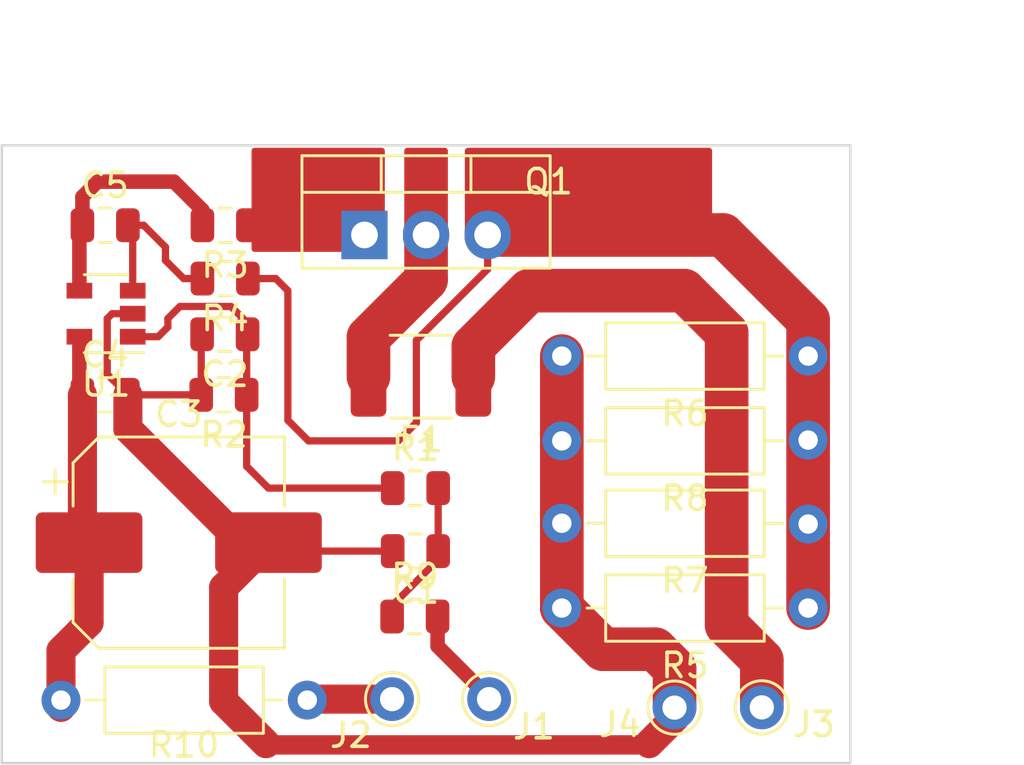
<source format=kicad_pcb>
(kicad_pcb (version 20171130) (host pcbnew "(5.1.0)-1")

  (general
    (thickness 1.6)
    (drawings 46)
    (tracks 102)
    (zones 0)
    (modules 22)
    (nets 13)
  )

  (page A4)
  (layers
    (0 F.Cu signal)
    (31 B.Cu signal)
    (32 B.Adhes user)
    (33 F.Adhes user)
    (34 B.Paste user)
    (35 F.Paste user)
    (36 B.SilkS user)
    (37 F.SilkS user)
    (38 B.Mask user)
    (39 F.Mask user)
    (40 Dwgs.User user)
    (41 Cmts.User user)
    (42 Eco1.User user)
    (43 Eco2.User user)
    (44 Edge.Cuts user)
    (45 Margin user)
    (46 B.CrtYd user)
    (47 F.CrtYd user)
    (48 B.Fab user)
    (49 F.Fab user)
  )

  (setup
    (last_trace_width 0.3)
    (user_trace_width 0.6)
    (user_trace_width 1.2)
    (user_trace_width 1.8)
    (trace_clearance 0.3)
    (zone_clearance 0.01)
    (zone_45_only no)
    (trace_min 0.2)
    (via_size 0.8)
    (via_drill 0.4)
    (via_min_size 0.4)
    (via_min_drill 0.3)
    (uvia_size 0.3)
    (uvia_drill 0.1)
    (uvias_allowed no)
    (uvia_min_size 0.2)
    (uvia_min_drill 0.1)
    (edge_width 0.1)
    (segment_width 0.2)
    (pcb_text_width 0.3)
    (pcb_text_size 1.5 1.5)
    (mod_edge_width 0.15)
    (mod_text_size 1 1)
    (mod_text_width 0.15)
    (pad_size 1.6 1.6)
    (pad_drill 0)
    (pad_to_mask_clearance 0)
    (aux_axis_origin 100 50)
    (grid_origin 100 50)
    (visible_elements 7FFFFFFF)
    (pcbplotparams
      (layerselection 0x00080_7fffffff)
      (usegerberextensions false)
      (usegerberattributes false)
      (usegerberadvancedattributes false)
      (creategerberjobfile false)
      (excludeedgelayer false)
      (linewidth 0.100000)
      (plotframeref false)
      (viasonmask false)
      (mode 1)
      (useauxorigin false)
      (hpglpennumber 1)
      (hpglpenspeed 20)
      (hpglpendiameter 15.000000)
      (psnegative false)
      (psa4output false)
      (plotreference false)
      (plotvalue false)
      (plotinvisibletext false)
      (padsonsilk false)
      (subtractmaskfromsilk false)
      (outputformat 4)
      (mirror false)
      (drillshape 0)
      (scaleselection 1)
      (outputdirectory "discharge_output/"))
  )

  (net 0 "")
  (net 1 "Net-(C1-Pad2)")
  (net 2 "Net-(C1-Pad1)")
  (net 3 "Net-(C2-Pad1)")
  (net 4 "Net-(C3-Pad1)")
  (net 5 "Net-(C5-Pad2)")
  (net 6 "Net-(C5-Pad1)")
  (net 7 "Net-(Q1-Pad1)")
  (net 8 "Net-(Q1-Pad3)")
  (net 9 "Net-(J1-Pad1)")
  (net 10 "Net-(J2-Pad1)")
  (net 11 "Net-(F1-Pad2)")
  (net 12 "Net-(F1-Pad1)")

  (net_class Default 这是默认网络类。
    (clearance 0.3)
    (trace_width 0.3)
    (via_dia 0.8)
    (via_drill 0.4)
    (uvia_dia 0.3)
    (uvia_drill 0.1)
    (add_net "Net-(C1-Pad1)")
    (add_net "Net-(C1-Pad2)")
    (add_net "Net-(C2-Pad1)")
    (add_net "Net-(C3-Pad1)")
    (add_net "Net-(C5-Pad1)")
    (add_net "Net-(C5-Pad2)")
    (add_net "Net-(F1-Pad1)")
    (add_net "Net-(F1-Pad2)")
    (add_net "Net-(J1-Pad1)")
    (add_net "Net-(J2-Pad1)")
    (add_net "Net-(Q1-Pad1)")
    (add_net "Net-(Q1-Pad3)")
  )

  (module Fuse:Fuse_1812_4532Metric_Castellated (layer F.Cu) (tedit 5E627E60) (tstamp 61C218E5)
    (at 117.2875 59.55 180)
    (descr "Fuse SMD 1812 (4532 Metric), castellated end terminal, IPC_7351. (Body size source: https://www.nikhef.nl/pub/departments/mt/projects/detectorR_D/dtddice/ERJ2G.pdf), generated with kicad-footprint-generator")
    (tags "fuse castellated")
    (path /61C4EA6F)
    (attr smd)
    (fp_text reference F1 (at 0 -2.6 180) (layer F.SilkS)
      (effects (font (size 1 1) (thickness 0.15)))
    )
    (fp_text value 2.6A (at 0 2.6 180) (layer F.Fab)
      (effects (font (size 1 1) (thickness 0.15)))
    )
    (fp_text user %R (at 0 0 180) (layer F.Fab)
      (effects (font (size 1 1) (thickness 0.15)))
    )
    (fp_line (start 3.15 1.9) (end -3.15 1.9) (layer F.CrtYd) (width 0.05))
    (fp_line (start 3.15 -1.9) (end 3.15 1.9) (layer F.CrtYd) (width 0.05))
    (fp_line (start -3.15 -1.9) (end 3.15 -1.9) (layer F.CrtYd) (width 0.05))
    (fp_line (start -3.15 1.9) (end -3.15 -1.9) (layer F.CrtYd) (width 0.05))
    (fp_line (start -1.270031 1.71) (end 1.270031 1.71) (layer F.SilkS) (width 0.12))
    (fp_line (start -1.270031 -1.71) (end 1.270031 -1.71) (layer F.SilkS) (width 0.12))
    (fp_line (start 2.25 1.6) (end -2.25 1.6) (layer F.Fab) (width 0.1))
    (fp_line (start 2.25 -1.6) (end 2.25 1.6) (layer F.Fab) (width 0.1))
    (fp_line (start -2.25 -1.6) (end 2.25 -1.6) (layer F.Fab) (width 0.1))
    (fp_line (start -2.25 1.6) (end -2.25 -1.6) (layer F.Fab) (width 0.1))
    (pad 2 smd roundrect (at 2.1625 0 180) (size 1.475 3.3) (layers F.Cu F.Paste F.Mask) (roundrect_rratio 0.169492)
      (net 11 "Net-(F1-Pad2)"))
    (pad 1 smd roundrect (at -2.1625 0 180) (size 1.475 3.3) (layers F.Cu F.Paste F.Mask) (roundrect_rratio 0.169492)
      (net 12 "Net-(F1-Pad1)"))
    (model ${KISYS3DMOD}/Fuse.3dshapes/Fuse_1812_4532Metric_Castellated.wrl
      (at (xyz 0 0 0))
      (scale (xyz 1 1 1))
      (rotate (xyz 0 0 0))
    )
  )

  (module Resistor_THT:R_Axial_DIN0207_L6.3mm_D2.5mm_P10.16mm_Horizontal (layer F.Cu) (tedit 61C21BCF) (tstamp 61C1E29B)
    (at 112.6 72.9 180)
    (descr "Resistor, Axial_DIN0207 series, Axial, Horizontal, pin pitch=10.16mm, 0.25W = 1/4W, length*diameter=6.3*2.5mm^2, http://cdn-reichelt.de/documents/datenblatt/B400/1_4W%23YAG.pdf")
    (tags "Resistor Axial_DIN0207 series Axial Horizontal pin pitch 10.16mm 0.25W = 1/4W length 6.3mm diameter 2.5mm")
    (path /61C250E6)
    (fp_text reference R10 (at 5.08 -1.85 180) (layer F.SilkS)
      (effects (font (size 1 1) (thickness 0.15)))
    )
    (fp_text value 47/0.25W (at 5.08 2.37 180) (layer F.Fab)
      (effects (font (size 1 1) (thickness 0.15)))
    )
    (fp_text user %R (at 5.08 0 180) (layer F.Fab)
      (effects (font (size 1 1) (thickness 0.15)))
    )
    (fp_line (start 11.21 -1.5) (end -1.05 -1.5) (layer F.CrtYd) (width 0.05))
    (fp_line (start 11.21 1.5) (end 11.21 -1.5) (layer F.CrtYd) (width 0.05))
    (fp_line (start -1.05 1.5) (end 11.21 1.5) (layer F.CrtYd) (width 0.05))
    (fp_line (start -1.05 -1.5) (end -1.05 1.5) (layer F.CrtYd) (width 0.05))
    (fp_line (start 9.12 0) (end 8.35 0) (layer F.SilkS) (width 0.12))
    (fp_line (start 1.04 0) (end 1.81 0) (layer F.SilkS) (width 0.12))
    (fp_line (start 8.35 -1.37) (end 1.81 -1.37) (layer F.SilkS) (width 0.12))
    (fp_line (start 8.35 1.37) (end 8.35 -1.37) (layer F.SilkS) (width 0.12))
    (fp_line (start 1.81 1.37) (end 8.35 1.37) (layer F.SilkS) (width 0.12))
    (fp_line (start 1.81 -1.37) (end 1.81 1.37) (layer F.SilkS) (width 0.12))
    (fp_line (start 10.16 0) (end 8.23 0) (layer F.Fab) (width 0.1))
    (fp_line (start 0 0) (end 1.93 0) (layer F.Fab) (width 0.1))
    (fp_line (start 8.23 -1.25) (end 1.93 -1.25) (layer F.Fab) (width 0.1))
    (fp_line (start 8.23 1.25) (end 8.23 -1.25) (layer F.Fab) (width 0.1))
    (fp_line (start 1.93 1.25) (end 8.23 1.25) (layer F.Fab) (width 0.1))
    (fp_line (start 1.93 -1.25) (end 1.93 1.25) (layer F.Fab) (width 0.1))
    (pad 2 thru_hole oval (at 10.16 0 180) (size 1.6 1.6) (drill 0.8) (layers *.Cu *.Paste *.Mask)
      (net 4 "Net-(C3-Pad1)"))
    (pad 1 thru_hole circle (at 0 0 180) (size 1.6 1.6) (drill 0.8) (layers *.Cu *.Paste *.Mask)
      (net 10 "Net-(J2-Pad1)"))
    (model ${KISYS3DMOD}/Resistor_THT.3dshapes/R_Axial_DIN0207_L6.3mm_D2.5mm_P10.16mm_Horizontal.wrl
      (at (xyz 0 0 0))
      (scale (xyz 1 1 1))
      (rotate (xyz 0 0 0))
    )
  )

  (module all:R_0805_2012Metric (layer F.Cu) (tedit 5B36C52B) (tstamp 61C1DF8B)
    (at 117.0375 69.45)
    (descr "Resistor SMD 0805 (2012 Metric), square (rectangular) end terminal, IPC_7351 nominal, (Body size source: https://docs.google.com/spreadsheets/d/1BsfQQcO9C6DZCsRaXUlFlo91Tg2WpOkGARC1WS5S8t0/edit?usp=sharing), generated with kicad-footprint-generator")
    (tags resistor)
    (path /61C2FEF9)
    (attr smd)
    (fp_text reference R9 (at 0 -1.65) (layer F.SilkS)
      (effects (font (size 1 1) (thickness 0.15)))
    )
    (fp_text value 10k (at 0 1.65) (layer F.Fab)
      (effects (font (size 1 1) (thickness 0.15)))
    )
    (fp_text user %R (at 0 0) (layer F.Fab)
      (effects (font (size 1 1) (thickness 0.15)))
    )
    (fp_line (start 1.68 0.95) (end -1.68 0.95) (layer F.CrtYd) (width 0.05))
    (fp_line (start 1.68 -0.95) (end 1.68 0.95) (layer F.CrtYd) (width 0.05))
    (fp_line (start -1.68 -0.95) (end 1.68 -0.95) (layer F.CrtYd) (width 0.05))
    (fp_line (start -1.68 0.95) (end -1.68 -0.95) (layer F.CrtYd) (width 0.05))
    (fp_line (start -0.258578 0.71) (end 0.258578 0.71) (layer F.SilkS) (width 0.12))
    (fp_line (start -0.258578 -0.71) (end 0.258578 -0.71) (layer F.SilkS) (width 0.12))
    (fp_line (start 1 0.6) (end -1 0.6) (layer F.Fab) (width 0.1))
    (fp_line (start 1 -0.6) (end 1 0.6) (layer F.Fab) (width 0.1))
    (fp_line (start -1 -0.6) (end 1 -0.6) (layer F.Fab) (width 0.1))
    (fp_line (start -1 0.6) (end -1 -0.6) (layer F.Fab) (width 0.1))
    (pad 2 smd roundrect (at 0.9375 0) (size 0.975 1.4) (layers F.Cu F.Paste F.Mask) (roundrect_rratio 0.25)
      (net 9 "Net-(J1-Pad1)"))
    (pad 1 smd roundrect (at -0.9375 0) (size 0.975 1.4) (layers F.Cu F.Paste F.Mask) (roundrect_rratio 0.25)
      (net 2 "Net-(C1-Pad1)"))
    (model ${KISYS3DMOD}/Resistor_SMD.3dshapes/R_0805_2012Metric.wrl
      (at (xyz 0 0 0))
      (scale (xyz 1 1 1))
      (rotate (xyz 0 0 0))
    )
  )

  (module all:R_0805_2012Metric (layer F.Cu) (tedit 5B36C52B) (tstamp 61C1C7E9)
    (at 109.2125 55.5 180)
    (descr "Resistor SMD 0805 (2012 Metric), square (rectangular) end terminal, IPC_7351 nominal, (Body size source: https://docs.google.com/spreadsheets/d/1BsfQQcO9C6DZCsRaXUlFlo91Tg2WpOkGARC1WS5S8t0/edit?usp=sharing), generated with kicad-footprint-generator")
    (tags resistor)
    (path /61C200C9)
    (attr smd)
    (fp_text reference R4 (at 0 -1.65 180) (layer F.SilkS)
      (effects (font (size 1 1) (thickness 0.15)))
    )
    (fp_text value 10k (at 0 1.65 180) (layer F.Fab)
      (effects (font (size 1 1) (thickness 0.15)))
    )
    (fp_text user %R (at 0 0 180) (layer F.Fab)
      (effects (font (size 1 1) (thickness 0.15)))
    )
    (fp_line (start 1.68 0.95) (end -1.68 0.95) (layer F.CrtYd) (width 0.05))
    (fp_line (start 1.68 -0.95) (end 1.68 0.95) (layer F.CrtYd) (width 0.05))
    (fp_line (start -1.68 -0.95) (end 1.68 -0.95) (layer F.CrtYd) (width 0.05))
    (fp_line (start -1.68 0.95) (end -1.68 -0.95) (layer F.CrtYd) (width 0.05))
    (fp_line (start -0.258578 0.71) (end 0.258578 0.71) (layer F.SilkS) (width 0.12))
    (fp_line (start -0.258578 -0.71) (end 0.258578 -0.71) (layer F.SilkS) (width 0.12))
    (fp_line (start 1 0.6) (end -1 0.6) (layer F.Fab) (width 0.1))
    (fp_line (start 1 -0.6) (end 1 0.6) (layer F.Fab) (width 0.1))
    (fp_line (start -1 -0.6) (end 1 -0.6) (layer F.Fab) (width 0.1))
    (fp_line (start -1 0.6) (end -1 -0.6) (layer F.Fab) (width 0.1))
    (pad 2 smd roundrect (at 0.9375 0 180) (size 0.975 1.4) (layers F.Cu F.Paste F.Mask) (roundrect_rratio 0.25)
      (net 5 "Net-(C5-Pad2)"))
    (pad 1 smd roundrect (at -0.9375 0 180) (size 0.975 1.4) (layers F.Cu F.Paste F.Mask) (roundrect_rratio 0.25)
      (net 8 "Net-(Q1-Pad3)"))
    (model ${KISYS3DMOD}/Resistor_SMD.3dshapes/R_0805_2012Metric.wrl
      (at (xyz 0 0 0))
      (scale (xyz 1 1 1))
      (rotate (xyz 0 0 0))
    )
  )

  (module all:R_0805_2012Metric (layer F.Cu) (tedit 5B36C52B) (tstamp 61C1C7D8)
    (at 109.2125 53.3 180)
    (descr "Resistor SMD 0805 (2012 Metric), square (rectangular) end terminal, IPC_7351 nominal, (Body size source: https://docs.google.com/spreadsheets/d/1BsfQQcO9C6DZCsRaXUlFlo91Tg2WpOkGARC1WS5S8t0/edit?usp=sharing), generated with kicad-footprint-generator")
    (tags resistor)
    (path /61C23D00)
    (attr smd)
    (fp_text reference R3 (at 0 -1.65 180) (layer F.SilkS)
      (effects (font (size 1 1) (thickness 0.15)))
    )
    (fp_text value 1k (at 0 1.65 180) (layer F.Fab)
      (effects (font (size 1 1) (thickness 0.15)))
    )
    (fp_text user %R (at 0 0 180) (layer F.Fab)
      (effects (font (size 1 1) (thickness 0.15)))
    )
    (fp_line (start 1.68 0.95) (end -1.68 0.95) (layer F.CrtYd) (width 0.05))
    (fp_line (start 1.68 -0.95) (end 1.68 0.95) (layer F.CrtYd) (width 0.05))
    (fp_line (start -1.68 -0.95) (end 1.68 -0.95) (layer F.CrtYd) (width 0.05))
    (fp_line (start -1.68 0.95) (end -1.68 -0.95) (layer F.CrtYd) (width 0.05))
    (fp_line (start -0.258578 0.71) (end 0.258578 0.71) (layer F.SilkS) (width 0.12))
    (fp_line (start -0.258578 -0.71) (end 0.258578 -0.71) (layer F.SilkS) (width 0.12))
    (fp_line (start 1 0.6) (end -1 0.6) (layer F.Fab) (width 0.1))
    (fp_line (start 1 -0.6) (end 1 0.6) (layer F.Fab) (width 0.1))
    (fp_line (start -1 -0.6) (end 1 -0.6) (layer F.Fab) (width 0.1))
    (fp_line (start -1 0.6) (end -1 -0.6) (layer F.Fab) (width 0.1))
    (pad 2 smd roundrect (at 0.9375 0 180) (size 0.975 1.4) (layers F.Cu F.Paste F.Mask) (roundrect_rratio 0.25)
      (net 6 "Net-(C5-Pad1)"))
    (pad 1 smd roundrect (at -0.9375 0 180) (size 0.975 1.4) (layers F.Cu F.Paste F.Mask) (roundrect_rratio 0.25)
      (net 7 "Net-(Q1-Pad1)"))
    (model ${KISYS3DMOD}/Resistor_SMD.3dshapes/R_0805_2012Metric.wrl
      (at (xyz 0 0 0))
      (scale (xyz 1 1 1))
      (rotate (xyz 0 0 0))
    )
  )

  (module all:R_0805_2012Metric (layer F.Cu) (tedit 5B36C52B) (tstamp 61C1C7C7)
    (at 109.1625 60.3 180)
    (descr "Resistor SMD 0805 (2012 Metric), square (rectangular) end terminal, IPC_7351 nominal, (Body size source: https://docs.google.com/spreadsheets/d/1BsfQQcO9C6DZCsRaXUlFlo91Tg2WpOkGARC1WS5S8t0/edit?usp=sharing), generated with kicad-footprint-generator")
    (tags resistor)
    (path /61C299AF)
    (attr smd)
    (fp_text reference R2 (at 0 -1.65 180) (layer F.SilkS)
      (effects (font (size 1 1) (thickness 0.15)))
    )
    (fp_text value 2.2k (at 0 1.65 180) (layer F.Fab)
      (effects (font (size 1 1) (thickness 0.15)))
    )
    (fp_text user %R (at 0 0 180) (layer F.Fab)
      (effects (font (size 1 1) (thickness 0.15)))
    )
    (fp_line (start 1.68 0.95) (end -1.68 0.95) (layer F.CrtYd) (width 0.05))
    (fp_line (start 1.68 -0.95) (end 1.68 0.95) (layer F.CrtYd) (width 0.05))
    (fp_line (start -1.68 -0.95) (end 1.68 -0.95) (layer F.CrtYd) (width 0.05))
    (fp_line (start -1.68 0.95) (end -1.68 -0.95) (layer F.CrtYd) (width 0.05))
    (fp_line (start -0.258578 0.71) (end 0.258578 0.71) (layer F.SilkS) (width 0.12))
    (fp_line (start -0.258578 -0.71) (end 0.258578 -0.71) (layer F.SilkS) (width 0.12))
    (fp_line (start 1 0.6) (end -1 0.6) (layer F.Fab) (width 0.1))
    (fp_line (start 1 -0.6) (end 1 0.6) (layer F.Fab) (width 0.1))
    (fp_line (start -1 -0.6) (end 1 -0.6) (layer F.Fab) (width 0.1))
    (fp_line (start -1 0.6) (end -1 -0.6) (layer F.Fab) (width 0.1))
    (pad 2 smd roundrect (at 0.9375 0 180) (size 0.975 1.4) (layers F.Cu F.Paste F.Mask) (roundrect_rratio 0.25)
      (net 1 "Net-(C1-Pad2)"))
    (pad 1 smd roundrect (at -0.9375 0 180) (size 0.975 1.4) (layers F.Cu F.Paste F.Mask) (roundrect_rratio 0.25)
      (net 3 "Net-(C2-Pad1)"))
    (model ${KISYS3DMOD}/Resistor_SMD.3dshapes/R_0805_2012Metric.wrl
      (at (xyz 0 0 0))
      (scale (xyz 1 1 1))
      (rotate (xyz 0 0 0))
    )
  )

  (module all:R_0805_2012Metric (layer F.Cu) (tedit 5B36C52B) (tstamp 61C1C7B6)
    (at 117.0625 64.15)
    (descr "Resistor SMD 0805 (2012 Metric), square (rectangular) end terminal, IPC_7351 nominal, (Body size source: https://docs.google.com/spreadsheets/d/1BsfQQcO9C6DZCsRaXUlFlo91Tg2WpOkGARC1WS5S8t0/edit?usp=sharing), generated with kicad-footprint-generator")
    (tags resistor)
    (path /61C2E441)
    (attr smd)
    (fp_text reference R1 (at 0 -1.65) (layer F.SilkS)
      (effects (font (size 1 1) (thickness 0.15)))
    )
    (fp_text value 10k (at 0 1.65) (layer F.Fab)
      (effects (font (size 1 1) (thickness 0.15)))
    )
    (fp_text user %R (at 0 0) (layer F.Fab)
      (effects (font (size 1 1) (thickness 0.15)))
    )
    (fp_line (start 1.68 0.95) (end -1.68 0.95) (layer F.CrtYd) (width 0.05))
    (fp_line (start 1.68 -0.95) (end 1.68 0.95) (layer F.CrtYd) (width 0.05))
    (fp_line (start -1.68 -0.95) (end 1.68 -0.95) (layer F.CrtYd) (width 0.05))
    (fp_line (start -1.68 0.95) (end -1.68 -0.95) (layer F.CrtYd) (width 0.05))
    (fp_line (start -0.258578 0.71) (end 0.258578 0.71) (layer F.SilkS) (width 0.12))
    (fp_line (start -0.258578 -0.71) (end 0.258578 -0.71) (layer F.SilkS) (width 0.12))
    (fp_line (start 1 0.6) (end -1 0.6) (layer F.Fab) (width 0.1))
    (fp_line (start 1 -0.6) (end 1 0.6) (layer F.Fab) (width 0.1))
    (fp_line (start -1 -0.6) (end 1 -0.6) (layer F.Fab) (width 0.1))
    (fp_line (start -1 0.6) (end -1 -0.6) (layer F.Fab) (width 0.1))
    (pad 2 smd roundrect (at 0.9375 0) (size 0.975 1.4) (layers F.Cu F.Paste F.Mask) (roundrect_rratio 0.25)
      (net 2 "Net-(C1-Pad1)"))
    (pad 1 smd roundrect (at -0.9375 0) (size 0.975 1.4) (layers F.Cu F.Paste F.Mask) (roundrect_rratio 0.25)
      (net 3 "Net-(C2-Pad1)"))
    (model ${KISYS3DMOD}/Resistor_SMD.3dshapes/R_0805_2012Metric.wrl
      (at (xyz 0 0 0))
      (scale (xyz 1 1 1))
      (rotate (xyz 0 0 0))
    )
  )

  (module all:C_0805_2012Metric (layer F.Cu) (tedit 5B36C52B) (tstamp 61C1E760)
    (at 117.0625 66.75 180)
    (descr "Capacitor SMD 0805 (2012 Metric), square (rectangular) end terminal, IPC_7351 nominal, (Body size source: https://docs.google.com/spreadsheets/d/1BsfQQcO9C6DZCsRaXUlFlo91Tg2WpOkGARC1WS5S8t0/edit?usp=sharing), generated with kicad-footprint-generator")
    (tags capacitor)
    (path /61C31138)
    (attr smd)
    (fp_text reference C1 (at 0 -1.65 180) (layer F.SilkS)
      (effects (font (size 1 1) (thickness 0.15)))
    )
    (fp_text value 0.47 (at 0 1.65 180) (layer F.Fab)
      (effects (font (size 1 1) (thickness 0.15)))
    )
    (fp_text user %R (at 0 0 180) (layer F.Fab)
      (effects (font (size 1 1) (thickness 0.15)))
    )
    (fp_line (start 1.68 0.95) (end -1.68 0.95) (layer F.CrtYd) (width 0.05))
    (fp_line (start 1.68 -0.95) (end 1.68 0.95) (layer F.CrtYd) (width 0.05))
    (fp_line (start -1.68 -0.95) (end 1.68 -0.95) (layer F.CrtYd) (width 0.05))
    (fp_line (start -1.68 0.95) (end -1.68 -0.95) (layer F.CrtYd) (width 0.05))
    (fp_line (start -0.258578 0.71) (end 0.258578 0.71) (layer F.SilkS) (width 0.12))
    (fp_line (start -0.258578 -0.71) (end 0.258578 -0.71) (layer F.SilkS) (width 0.12))
    (fp_line (start 1 0.6) (end -1 0.6) (layer F.Fab) (width 0.1))
    (fp_line (start 1 -0.6) (end 1 0.6) (layer F.Fab) (width 0.1))
    (fp_line (start -1 -0.6) (end 1 -0.6) (layer F.Fab) (width 0.1))
    (fp_line (start -1 0.6) (end -1 -0.6) (layer F.Fab) (width 0.1))
    (pad 2 smd roundrect (at 0.9375 0 180) (size 0.975 1.4) (layers F.Cu F.Paste F.Mask) (roundrect_rratio 0.25)
      (net 1 "Net-(C1-Pad2)"))
    (pad 1 smd roundrect (at -0.9375 0 180) (size 0.975 1.4) (layers F.Cu F.Paste F.Mask) (roundrect_rratio 0.25)
      (net 2 "Net-(C1-Pad1)"))
    (model ${KISYS3DMOD}/Capacitor_SMD.3dshapes/C_0805_2012Metric.wrl
      (at (xyz 0 0 0))
      (scale (xyz 1 1 1))
      (rotate (xyz 0 0 0))
    )
  )

  (module all:C_0805_2012Metric (layer F.Cu) (tedit 5B36C52B) (tstamp 61C1C719)
    (at 109.2 57.8 180)
    (descr "Capacitor SMD 0805 (2012 Metric), square (rectangular) end terminal, IPC_7351 nominal, (Body size source: https://docs.google.com/spreadsheets/d/1BsfQQcO9C6DZCsRaXUlFlo91Tg2WpOkGARC1WS5S8t0/edit?usp=sharing), generated with kicad-footprint-generator")
    (tags capacitor)
    (path /61C2A2FC)
    (attr smd)
    (fp_text reference C2 (at 0 -1.65 180) (layer F.SilkS)
      (effects (font (size 1 1) (thickness 0.15)))
    )
    (fp_text value 1 (at 0 1.65 180) (layer F.Fab)
      (effects (font (size 1 1) (thickness 0.15)))
    )
    (fp_line (start -1 0.6) (end -1 -0.6) (layer F.Fab) (width 0.1))
    (fp_line (start -1 -0.6) (end 1 -0.6) (layer F.Fab) (width 0.1))
    (fp_line (start 1 -0.6) (end 1 0.6) (layer F.Fab) (width 0.1))
    (fp_line (start 1 0.6) (end -1 0.6) (layer F.Fab) (width 0.1))
    (fp_line (start -0.258578 -0.71) (end 0.258578 -0.71) (layer F.SilkS) (width 0.12))
    (fp_line (start -0.258578 0.71) (end 0.258578 0.71) (layer F.SilkS) (width 0.12))
    (fp_line (start -1.68 0.95) (end -1.68 -0.95) (layer F.CrtYd) (width 0.05))
    (fp_line (start -1.68 -0.95) (end 1.68 -0.95) (layer F.CrtYd) (width 0.05))
    (fp_line (start 1.68 -0.95) (end 1.68 0.95) (layer F.CrtYd) (width 0.05))
    (fp_line (start 1.68 0.95) (end -1.68 0.95) (layer F.CrtYd) (width 0.05))
    (fp_text user %R (at 0 0 180) (layer F.Fab)
      (effects (font (size 1 1) (thickness 0.15)))
    )
    (pad 1 smd roundrect (at -0.9375 0 180) (size 0.975 1.4) (layers F.Cu F.Paste F.Mask) (roundrect_rratio 0.25)
      (net 3 "Net-(C2-Pad1)"))
    (pad 2 smd roundrect (at 0.9375 0 180) (size 0.975 1.4) (layers F.Cu F.Paste F.Mask) (roundrect_rratio 0.25)
      (net 1 "Net-(C1-Pad2)"))
    (model ${KISYS3DMOD}/Capacitor_SMD.3dshapes/C_0805_2012Metric.wrl
      (at (xyz 0 0 0))
      (scale (xyz 1 1 1))
      (rotate (xyz 0 0 0))
    )
  )

  (module all:CP_Elec_8x10.5 (layer F.Cu) (tedit 5BCA39D0) (tstamp 61C1C741)
    (at 107.3 66.4)
    (descr "SMD capacitor, aluminum electrolytic, Vishay 0810, 8.0x10.5mm, http://www.vishay.com/docs/28395/150crz.pdf")
    (tags "capacitor electrolytic")
    (path /61C42926)
    (attr smd)
    (fp_text reference C3 (at 0 -5.3) (layer F.SilkS)
      (effects (font (size 1 1) (thickness 0.15)))
    )
    (fp_text value 100/25v (at 0 5.3) (layer F.Fab)
      (effects (font (size 1 1) (thickness 0.15)))
    )
    (fp_circle (center 0 0) (end 4 0) (layer F.Fab) (width 0.1))
    (fp_line (start 4.25 -4.25) (end 4.25 4.25) (layer F.Fab) (width 0.1))
    (fp_line (start -3.25 -4.25) (end 4.25 -4.25) (layer F.Fab) (width 0.1))
    (fp_line (start -3.25 4.25) (end 4.25 4.25) (layer F.Fab) (width 0.1))
    (fp_line (start -4.25 -3.25) (end -4.25 3.25) (layer F.Fab) (width 0.1))
    (fp_line (start -4.25 -3.25) (end -3.25 -4.25) (layer F.Fab) (width 0.1))
    (fp_line (start -4.25 3.25) (end -3.25 4.25) (layer F.Fab) (width 0.1))
    (fp_line (start -3.562278 -1.5) (end -2.762278 -1.5) (layer F.Fab) (width 0.1))
    (fp_line (start -3.162278 -1.9) (end -3.162278 -1.1) (layer F.Fab) (width 0.1))
    (fp_line (start 4.36 4.36) (end 4.36 1.51) (layer F.SilkS) (width 0.12))
    (fp_line (start 4.36 -4.36) (end 4.36 -1.51) (layer F.SilkS) (width 0.12))
    (fp_line (start -3.295563 -4.36) (end 4.36 -4.36) (layer F.SilkS) (width 0.12))
    (fp_line (start -3.295563 4.36) (end 4.36 4.36) (layer F.SilkS) (width 0.12))
    (fp_line (start -4.36 3.295563) (end -4.36 1.51) (layer F.SilkS) (width 0.12))
    (fp_line (start -4.36 -3.295563) (end -4.36 -1.51) (layer F.SilkS) (width 0.12))
    (fp_line (start -4.36 -3.295563) (end -3.295563 -4.36) (layer F.SilkS) (width 0.12))
    (fp_line (start -4.36 3.295563) (end -3.295563 4.36) (layer F.SilkS) (width 0.12))
    (fp_line (start -5.6 -2.51) (end -4.6 -2.51) (layer F.SilkS) (width 0.12))
    (fp_line (start -5.1 -3.01) (end -5.1 -2.01) (layer F.SilkS) (width 0.12))
    (fp_line (start 4.5 -4.5) (end 4.5 -1.5) (layer F.CrtYd) (width 0.05))
    (fp_line (start 4.5 -1.5) (end 6.15 -1.5) (layer F.CrtYd) (width 0.05))
    (fp_line (start 6.15 -1.5) (end 6.15 1.5) (layer F.CrtYd) (width 0.05))
    (fp_line (start 6.15 1.5) (end 4.5 1.5) (layer F.CrtYd) (width 0.05))
    (fp_line (start 4.5 1.5) (end 4.5 4.5) (layer F.CrtYd) (width 0.05))
    (fp_line (start -3.35 4.5) (end 4.5 4.5) (layer F.CrtYd) (width 0.05))
    (fp_line (start -3.35 -4.5) (end 4.5 -4.5) (layer F.CrtYd) (width 0.05))
    (fp_line (start -4.5 3.35) (end -3.35 4.5) (layer F.CrtYd) (width 0.05))
    (fp_line (start -4.5 -3.35) (end -3.35 -4.5) (layer F.CrtYd) (width 0.05))
    (fp_line (start -4.5 -3.35) (end -4.5 -1.5) (layer F.CrtYd) (width 0.05))
    (fp_line (start -4.5 1.5) (end -4.5 3.35) (layer F.CrtYd) (width 0.05))
    (fp_line (start -4.5 -1.5) (end -6.15 -1.5) (layer F.CrtYd) (width 0.05))
    (fp_line (start -6.15 -1.5) (end -6.15 1.5) (layer F.CrtYd) (width 0.05))
    (fp_line (start -6.15 1.5) (end -4.5 1.5) (layer F.CrtYd) (width 0.05))
    (fp_text user %R (at 0 0) (layer F.Fab)
      (effects (font (size 1 1) (thickness 0.15)))
    )
    (pad 1 smd roundrect (at -3.7 0) (size 4.4 2.5) (layers F.Cu F.Paste F.Mask) (roundrect_rratio 0.1)
      (net 4 "Net-(C3-Pad1)"))
    (pad 2 smd roundrect (at 3.7 0) (size 4.4 2.5) (layers F.Cu F.Paste F.Mask) (roundrect_rratio 0.1)
      (net 1 "Net-(C1-Pad2)"))
    (model ${KISYS3DMOD}/Capacitor_SMD.3dshapes/CP_Elec_8x10.5.wrl
      (at (xyz 0 0 0))
      (scale (xyz 1 1 1))
      (rotate (xyz 0 0 0))
    )
  )

  (module all:C_0805_2012Metric (layer F.Cu) (tedit 5B36C52B) (tstamp 61C1CDFA)
    (at 104.2625 60.3)
    (descr "Capacitor SMD 0805 (2012 Metric), square (rectangular) end terminal, IPC_7351 nominal, (Body size source: https://docs.google.com/spreadsheets/d/1BsfQQcO9C6DZCsRaXUlFlo91Tg2WpOkGARC1WS5S8t0/edit?usp=sharing), generated with kicad-footprint-generator")
    (tags capacitor)
    (path /61C4D54B)
    (attr smd)
    (fp_text reference C4 (at 0 -1.65) (layer F.SilkS)
      (effects (font (size 1 1) (thickness 0.15)))
    )
    (fp_text value 0.1 (at 0 1.65) (layer F.Fab)
      (effects (font (size 1 1) (thickness 0.15)))
    )
    (fp_line (start -1 0.6) (end -1 -0.6) (layer F.Fab) (width 0.1))
    (fp_line (start -1 -0.6) (end 1 -0.6) (layer F.Fab) (width 0.1))
    (fp_line (start 1 -0.6) (end 1 0.6) (layer F.Fab) (width 0.1))
    (fp_line (start 1 0.6) (end -1 0.6) (layer F.Fab) (width 0.1))
    (fp_line (start -0.258578 -0.71) (end 0.258578 -0.71) (layer F.SilkS) (width 0.12))
    (fp_line (start -0.258578 0.71) (end 0.258578 0.71) (layer F.SilkS) (width 0.12))
    (fp_line (start -1.68 0.95) (end -1.68 -0.95) (layer F.CrtYd) (width 0.05))
    (fp_line (start -1.68 -0.95) (end 1.68 -0.95) (layer F.CrtYd) (width 0.05))
    (fp_line (start 1.68 -0.95) (end 1.68 0.95) (layer F.CrtYd) (width 0.05))
    (fp_line (start 1.68 0.95) (end -1.68 0.95) (layer F.CrtYd) (width 0.05))
    (fp_text user %R (at 0 0) (layer F.Fab)
      (effects (font (size 1 1) (thickness 0.15)))
    )
    (pad 1 smd roundrect (at -0.9375 0) (size 0.975 1.4) (layers F.Cu F.Paste F.Mask) (roundrect_rratio 0.25)
      (net 4 "Net-(C3-Pad1)"))
    (pad 2 smd roundrect (at 0.9375 0) (size 0.975 1.4) (layers F.Cu F.Paste F.Mask) (roundrect_rratio 0.25)
      (net 1 "Net-(C1-Pad2)"))
    (model ${KISYS3DMOD}/Capacitor_SMD.3dshapes/C_0805_2012Metric.wrl
      (at (xyz 0 0 0))
      (scale (xyz 1 1 1))
      (rotate (xyz 0 0 0))
    )
  )

  (module all:C_0805_2012Metric (layer F.Cu) (tedit 5B36C52B) (tstamp 61C1C763)
    (at 104.2625 53.3)
    (descr "Capacitor SMD 0805 (2012 Metric), square (rectangular) end terminal, IPC_7351 nominal, (Body size source: https://docs.google.com/spreadsheets/d/1BsfQQcO9C6DZCsRaXUlFlo91Tg2WpOkGARC1WS5S8t0/edit?usp=sharing), generated with kicad-footprint-generator")
    (tags capacitor)
    (path /61C1E69F)
    (attr smd)
    (fp_text reference C5 (at 0 -1.65) (layer F.SilkS)
      (effects (font (size 1 1) (thickness 0.15)))
    )
    (fp_text value 2n (at 0 1.65) (layer F.Fab)
      (effects (font (size 1 1) (thickness 0.15)))
    )
    (fp_text user %R (at 0 0) (layer F.Fab)
      (effects (font (size 1 1) (thickness 0.15)))
    )
    (fp_line (start 1.68 0.95) (end -1.68 0.95) (layer F.CrtYd) (width 0.05))
    (fp_line (start 1.68 -0.95) (end 1.68 0.95) (layer F.CrtYd) (width 0.05))
    (fp_line (start -1.68 -0.95) (end 1.68 -0.95) (layer F.CrtYd) (width 0.05))
    (fp_line (start -1.68 0.95) (end -1.68 -0.95) (layer F.CrtYd) (width 0.05))
    (fp_line (start -0.258578 0.71) (end 0.258578 0.71) (layer F.SilkS) (width 0.12))
    (fp_line (start -0.258578 -0.71) (end 0.258578 -0.71) (layer F.SilkS) (width 0.12))
    (fp_line (start 1 0.6) (end -1 0.6) (layer F.Fab) (width 0.1))
    (fp_line (start 1 -0.6) (end 1 0.6) (layer F.Fab) (width 0.1))
    (fp_line (start -1 -0.6) (end 1 -0.6) (layer F.Fab) (width 0.1))
    (fp_line (start -1 0.6) (end -1 -0.6) (layer F.Fab) (width 0.1))
    (pad 2 smd roundrect (at 0.9375 0) (size 0.975 1.4) (layers F.Cu F.Paste F.Mask) (roundrect_rratio 0.25)
      (net 5 "Net-(C5-Pad2)"))
    (pad 1 smd roundrect (at -0.9375 0) (size 0.975 1.4) (layers F.Cu F.Paste F.Mask) (roundrect_rratio 0.25)
      (net 6 "Net-(C5-Pad1)"))
    (model ${KISYS3DMOD}/Capacitor_SMD.3dshapes/C_0805_2012Metric.wrl
      (at (xyz 0 0 0))
      (scale (xyz 1 1 1))
      (rotate (xyz 0 0 0))
    )
  )

  (module all:Pad (layer F.Cu) (tedit 61C21BBE) (tstamp 61C1C76D)
    (at 120.1 72.860001)
    (descr "solder Pin_ diameter 1.0mm, hole diameter 1.0mm (press fit), length 10.0mm")
    (tags "solder Pin_ press fit")
    (path /61C2EE21)
    (fp_text reference J1 (at 1.85 1.139999) (layer F.SilkS)
      (effects (font (size 1 1) (thickness 0.15)))
    )
    (fp_text value PAD (at 0 -2.05) (layer F.Fab)
      (effects (font (size 1 1) (thickness 0.15)))
    )
    (fp_text user %R (at 1.95 1.039999) (layer F.Fab)
      (effects (font (size 1 1) (thickness 0.15)))
    )
    (fp_circle (center 0 0) (end 1.1 0) (layer F.CrtYd) (width 0.05))
    (fp_circle (center 0 0) (end 0.5 0) (layer F.Fab) (width 0.12))
    (fp_circle (center 0 0) (end 1 0) (layer F.Fab) (width 0.12))
    (fp_circle (center 0 0) (end 1.1 0) (layer F.SilkS) (width 0.12))
    (pad 1 thru_hole circle (at 0 0) (size 1.8 1.8) (drill 1) (layers *.Cu *.Paste *.Mask)
      (net 9 "Net-(J1-Pad1)"))
    (model ${KISYS3DMOD}/Connector_Pin.3dshapes/Pin_D1.0mm_L10.0mm.wrl
      (at (xyz 0 0 0))
      (scale (xyz 1 1 1))
      (rotate (xyz 0 0 0))
    )
  )

  (module all:Pad (layer F.Cu) (tedit 61C21BC3) (tstamp 61C1CE6E)
    (at 116.1 72.860001)
    (descr "solder Pin_ diameter 1.0mm, hole diameter 1.0mm (press fit), length 10.0mm")
    (tags "solder Pin_ press fit")
    (path /61C2CAE9)
    (fp_text reference J2 (at -1.7 1.489999) (layer F.SilkS)
      (effects (font (size 1 1) (thickness 0.15)))
    )
    (fp_text value PAD (at 0 -2.05) (layer F.Fab)
      (effects (font (size 1 1) (thickness 0.15)))
    )
    (fp_circle (center 0 0) (end 1.1 0) (layer F.SilkS) (width 0.12))
    (fp_circle (center 0 0) (end 1 0) (layer F.Fab) (width 0.12))
    (fp_circle (center 0 0) (end 0.5 0) (layer F.Fab) (width 0.12))
    (fp_circle (center 0 0) (end 1.1 0) (layer F.CrtYd) (width 0.05))
    (fp_text user %R (at -1.75 1.439999) (layer F.Fab)
      (effects (font (size 1 1) (thickness 0.15)))
    )
    (pad 1 thru_hole circle (at 0 0) (size 1.8 1.8) (drill 1) (layers *.Cu *.Paste *.Mask)
      (net 10 "Net-(J2-Pad1)"))
    (model ${KISYS3DMOD}/Connector_Pin.3dshapes/Pin_D1.0mm_L10.0mm.wrl
      (at (xyz 0 0 0))
      (scale (xyz 1 1 1))
      (rotate (xyz 0 0 0))
    )
  )

  (module all:Pad (layer F.Cu) (tedit 61C21BB3) (tstamp 61C1F280)
    (at 131.35 73.2)
    (descr "solder Pin_ diameter 1.0mm, hole diameter 1.0mm (press fit), length 10.0mm")
    (tags "solder Pin_ press fit")
    (path /61C25D73)
    (fp_text reference J3 (at 2.15 0.7) (layer F.SilkS)
      (effects (font (size 1 1) (thickness 0.15)))
    )
    (fp_text value PAD (at 0 -2.05) (layer F.Fab)
      (effects (font (size 1 1) (thickness 0.15)))
    )
    (fp_circle (center 0 0) (end 1.1 0) (layer F.SilkS) (width 0.12))
    (fp_circle (center 0 0) (end 1 0) (layer F.Fab) (width 0.12))
    (fp_circle (center 0 0) (end 0.5 0) (layer F.Fab) (width 0.12))
    (fp_circle (center 0 0) (end 1.1 0) (layer F.CrtYd) (width 0.05))
    (fp_text user %R (at 2.25 0.65) (layer F.Fab)
      (effects (font (size 1 1) (thickness 0.15)))
    )
    (pad 1 thru_hole circle (at 0 0) (size 1.8 1.8) (drill 1) (layers *.Cu *.Paste *.Mask)
      (net 12 "Net-(F1-Pad1)"))
    (model ${KISYS3DMOD}/Connector_Pin.3dshapes/Pin_D1.0mm_L10.0mm.wrl
      (at (xyz 0 0 0))
      (scale (xyz 1 1 1))
      (rotate (xyz 0 0 0))
    )
  )

  (module all:Pad (layer F.Cu) (tedit 61C21BB9) (tstamp 61C1C78B)
    (at 127.75 73.210001)
    (descr "solder Pin_ diameter 1.0mm, hole diameter 1.0mm (press fit), length 10.0mm")
    (tags "solder Pin_ press fit")
    (path /61C26ECC)
    (fp_text reference J4 (at -2.25 0.689999) (layer F.SilkS)
      (effects (font (size 1 1) (thickness 0.15)))
    )
    (fp_text value PAD (at 0 -2.05) (layer F.Fab)
      (effects (font (size 1 1) (thickness 0.15)))
    )
    (fp_text user %R (at -2.2 0.639999) (layer F.Fab)
      (effects (font (size 1 1) (thickness 0.15)))
    )
    (fp_circle (center 0 0) (end 1.1 0) (layer F.CrtYd) (width 0.05))
    (fp_circle (center 0 0) (end 0.5 0) (layer F.Fab) (width 0.12))
    (fp_circle (center 0 0) (end 1 0) (layer F.Fab) (width 0.12))
    (fp_circle (center 0 0) (end 1.1 0) (layer F.SilkS) (width 0.12))
    (pad 1 thru_hole circle (at 0 0) (size 1.8 1.8) (drill 1) (layers *.Cu *.Paste *.Mask)
      (net 1 "Net-(C1-Pad2)"))
    (model ${KISYS3DMOD}/Connector_Pin.3dshapes/Pin_D1.0mm_L10.0mm.wrl
      (at (xyz 0 0 0))
      (scale (xyz 1 1 1))
      (rotate (xyz 0 0 0))
    )
  )

  (module Package_TO_SOT_THT:TO-220-3_Vertical (layer F.Cu) (tedit 61C21B41) (tstamp 61C210CE)
    (at 114.96 53.7)
    (descr "TO-220-3, Vertical, RM 2.54mm, see https://www.vishay.com/docs/66542/to-220-1.pdf")
    (tags "TO-220-3 Vertical RM 2.54mm")
    (path /61C40C72)
    (fp_text reference Q1 (at 7.59 -2.2) (layer F.SilkS)
      (effects (font (size 1 1) (thickness 0.15)))
    )
    (fp_text value FHP40N20 (at 2.54 2.5) (layer F.Fab)
      (effects (font (size 1 1) (thickness 0.15)))
    )
    (fp_line (start -2.46 -3.15) (end -2.46 1.25) (layer F.Fab) (width 0.1))
    (fp_line (start -2.46 1.25) (end 7.54 1.25) (layer F.Fab) (width 0.1))
    (fp_line (start 7.54 1.25) (end 7.54 -3.15) (layer F.Fab) (width 0.1))
    (fp_line (start 7.54 -3.15) (end -2.46 -3.15) (layer F.Fab) (width 0.1))
    (fp_line (start -2.46 -1.88) (end 7.54 -1.88) (layer F.Fab) (width 0.1))
    (fp_line (start 0.69 -3.15) (end 0.69 -1.88) (layer F.Fab) (width 0.1))
    (fp_line (start 4.39 -3.15) (end 4.39 -1.88) (layer F.Fab) (width 0.1))
    (fp_line (start -2.58 -3.27) (end 7.66 -3.27) (layer F.SilkS) (width 0.12))
    (fp_line (start -2.58 1.371) (end 7.66 1.371) (layer F.SilkS) (width 0.12))
    (fp_line (start -2.58 -3.27) (end -2.58 1.371) (layer F.SilkS) (width 0.12))
    (fp_line (start 7.66 -3.27) (end 7.66 1.371) (layer F.SilkS) (width 0.12))
    (fp_line (start -2.58 -1.76) (end 7.66 -1.76) (layer F.SilkS) (width 0.12))
    (fp_line (start 0.69 -3.27) (end 0.69 -1.76) (layer F.SilkS) (width 0.12))
    (fp_line (start 4.391 -3.27) (end 4.391 -1.76) (layer F.SilkS) (width 0.12))
    (fp_line (start -2.71 -3.4) (end -2.71 1.51) (layer F.CrtYd) (width 0.05))
    (fp_line (start -2.71 1.51) (end 7.79 1.51) (layer F.CrtYd) (width 0.05))
    (fp_line (start 7.79 1.51) (end 7.79 -3.4) (layer F.CrtYd) (width 0.05))
    (fp_line (start 7.79 -3.4) (end -2.71 -3.4) (layer F.CrtYd) (width 0.05))
    (fp_text user %R (at 7.54 -2.3) (layer F.Fab)
      (effects (font (size 1 1) (thickness 0.15)))
    )
    (pad 1 thru_hole rect (at 0 0) (size 1.905 2) (drill 1.1) (layers *.Cu *.Paste *.Mask)
      (net 7 "Net-(Q1-Pad1)"))
    (pad 2 thru_hole oval (at 2.54 0) (size 1.905 2) (drill 1.1) (layers *.Cu *.Paste *.Mask)
      (net 11 "Net-(F1-Pad2)"))
    (pad 3 thru_hole oval (at 5.08 0) (size 1.905 2) (drill 1.1) (layers *.Cu *.Paste *.Mask)
      (net 8 "Net-(Q1-Pad3)"))
    (model ${KISYS3DMOD}/Package_TO_SOT_THT.3dshapes/TO-220-3_Vertical.wrl
      (at (xyz 0 0 0))
      (scale (xyz 1 1 1))
      (rotate (xyz 0 0 0))
    )
  )

  (module Resistor_THT:R_Axial_DIN0207_L6.3mm_D2.5mm_P10.16mm_Horizontal (layer F.Cu) (tedit 61C21BAE) (tstamp 61C1C800)
    (at 133.26 69.1 180)
    (descr "Resistor, Axial_DIN0207 series, Axial, Horizontal, pin pitch=10.16mm, 0.25W = 1/4W, length*diameter=6.3*2.5mm^2, http://cdn-reichelt.de/documents/datenblatt/B400/1_4W%23YAG.pdf")
    (tags "Resistor Axial_DIN0207 series Axial Horizontal pin pitch 10.16mm 0.25W = 1/4W length 6.3mm diameter 2.5mm")
    (path /61C21F6E)
    (fp_text reference R5 (at 5.08 -2.37 180) (layer F.SilkS)
      (effects (font (size 1 1) (thickness 0.15)))
    )
    (fp_text value 1/0.25w (at 5.08 2.37 180) (layer F.Fab)
      (effects (font (size 1 1) (thickness 0.15)))
    )
    (fp_text user %R (at 5.08 0 180) (layer F.Fab)
      (effects (font (size 1 1) (thickness 0.15)))
    )
    (fp_line (start 11.21 -1.5) (end -1.05 -1.5) (layer F.CrtYd) (width 0.05))
    (fp_line (start 11.21 1.5) (end 11.21 -1.5) (layer F.CrtYd) (width 0.05))
    (fp_line (start -1.05 1.5) (end 11.21 1.5) (layer F.CrtYd) (width 0.05))
    (fp_line (start -1.05 -1.5) (end -1.05 1.5) (layer F.CrtYd) (width 0.05))
    (fp_line (start 9.12 0) (end 8.35 0) (layer F.SilkS) (width 0.12))
    (fp_line (start 1.04 0) (end 1.81 0) (layer F.SilkS) (width 0.12))
    (fp_line (start 8.35 -1.37) (end 1.81 -1.37) (layer F.SilkS) (width 0.12))
    (fp_line (start 8.35 1.37) (end 8.35 -1.37) (layer F.SilkS) (width 0.12))
    (fp_line (start 1.81 1.37) (end 8.35 1.37) (layer F.SilkS) (width 0.12))
    (fp_line (start 1.81 -1.37) (end 1.81 1.37) (layer F.SilkS) (width 0.12))
    (fp_line (start 10.16 0) (end 8.23 0) (layer F.Fab) (width 0.1))
    (fp_line (start 0 0) (end 1.93 0) (layer F.Fab) (width 0.1))
    (fp_line (start 8.23 -1.25) (end 1.93 -1.25) (layer F.Fab) (width 0.1))
    (fp_line (start 8.23 1.25) (end 8.23 -1.25) (layer F.Fab) (width 0.1))
    (fp_line (start 1.93 1.25) (end 8.23 1.25) (layer F.Fab) (width 0.1))
    (fp_line (start 1.93 -1.25) (end 1.93 1.25) (layer F.Fab) (width 0.1))
    (pad 2 thru_hole oval (at 10.16 0 180) (size 1.6 1.6) (drill 0.8) (layers *.Cu *.Paste *.Mask)
      (net 1 "Net-(C1-Pad2)"))
    (pad 1 thru_hole circle (at 0 0 180) (size 1.6 1.6) (drill 0.8) (layers *.Cu *.Paste *.Mask)
      (net 8 "Net-(Q1-Pad3)"))
    (model ${KISYS3DMOD}/Resistor_THT.3dshapes/R_Axial_DIN0207_L6.3mm_D2.5mm_P10.16mm_Horizontal.wrl
      (at (xyz 0 0 0))
      (scale (xyz 1 1 1))
      (rotate (xyz 0 0 0))
    )
  )

  (module Resistor_THT:R_Axial_DIN0207_L6.3mm_D2.5mm_P10.16mm_Horizontal (layer F.Cu) (tedit 61C21B99) (tstamp 61C1C817)
    (at 133.26 58.7 180)
    (descr "Resistor, Axial_DIN0207 series, Axial, Horizontal, pin pitch=10.16mm, 0.25W = 1/4W, length*diameter=6.3*2.5mm^2, http://cdn-reichelt.de/documents/datenblatt/B400/1_4W%23YAG.pdf")
    (tags "Resistor Axial_DIN0207 series Axial Horizontal pin pitch 10.16mm 0.25W = 1/4W length 6.3mm diameter 2.5mm")
    (path /61C2236E)
    (fp_text reference R6 (at 5.08 -2.37 180) (layer F.SilkS)
      (effects (font (size 1 1) (thickness 0.15)))
    )
    (fp_text value 1/0.25W (at 5.08 2.37 180) (layer F.Fab)
      (effects (font (size 1 1) (thickness 0.15)))
    )
    (fp_line (start 1.93 -1.25) (end 1.93 1.25) (layer F.Fab) (width 0.1))
    (fp_line (start 1.93 1.25) (end 8.23 1.25) (layer F.Fab) (width 0.1))
    (fp_line (start 8.23 1.25) (end 8.23 -1.25) (layer F.Fab) (width 0.1))
    (fp_line (start 8.23 -1.25) (end 1.93 -1.25) (layer F.Fab) (width 0.1))
    (fp_line (start 0 0) (end 1.93 0) (layer F.Fab) (width 0.1))
    (fp_line (start 10.16 0) (end 8.23 0) (layer F.Fab) (width 0.1))
    (fp_line (start 1.81 -1.37) (end 1.81 1.37) (layer F.SilkS) (width 0.12))
    (fp_line (start 1.81 1.37) (end 8.35 1.37) (layer F.SilkS) (width 0.12))
    (fp_line (start 8.35 1.37) (end 8.35 -1.37) (layer F.SilkS) (width 0.12))
    (fp_line (start 8.35 -1.37) (end 1.81 -1.37) (layer F.SilkS) (width 0.12))
    (fp_line (start 1.04 0) (end 1.81 0) (layer F.SilkS) (width 0.12))
    (fp_line (start 9.12 0) (end 8.35 0) (layer F.SilkS) (width 0.12))
    (fp_line (start -1.05 -1.5) (end -1.05 1.5) (layer F.CrtYd) (width 0.05))
    (fp_line (start -1.05 1.5) (end 11.21 1.5) (layer F.CrtYd) (width 0.05))
    (fp_line (start 11.21 1.5) (end 11.21 -1.5) (layer F.CrtYd) (width 0.05))
    (fp_line (start 11.21 -1.5) (end -1.05 -1.5) (layer F.CrtYd) (width 0.05))
    (fp_text user %R (at 5.08 0 180) (layer F.Fab)
      (effects (font (size 1 1) (thickness 0.15)))
    )
    (pad 1 thru_hole circle (at 0 0 180) (size 1.6 1.6) (drill 0.8) (layers *.Cu *.Paste *.Mask)
      (net 8 "Net-(Q1-Pad3)"))
    (pad 2 thru_hole oval (at 10.16 0 180) (size 1.6 1.6) (drill 0.8) (layers *.Cu *.Paste *.Mask)
      (net 1 "Net-(C1-Pad2)"))
    (model ${KISYS3DMOD}/Resistor_THT.3dshapes/R_Axial_DIN0207_L6.3mm_D2.5mm_P10.16mm_Horizontal.wrl
      (at (xyz 0 0 0))
      (scale (xyz 1 1 1))
      (rotate (xyz 0 0 0))
    )
  )

  (module Resistor_THT:R_Axial_DIN0207_L6.3mm_D2.5mm_P10.16mm_Horizontal (layer F.Cu) (tedit 61C21BA7) (tstamp 61C1C82E)
    (at 133.26 65.6 180)
    (descr "Resistor, Axial_DIN0207 series, Axial, Horizontal, pin pitch=10.16mm, 0.25W = 1/4W, length*diameter=6.3*2.5mm^2, http://cdn-reichelt.de/documents/datenblatt/B400/1_4W%23YAG.pdf")
    (tags "Resistor Axial_DIN0207 series Axial Horizontal pin pitch 10.16mm 0.25W = 1/4W length 6.3mm diameter 2.5mm")
    (path /61C1F5BC)
    (fp_text reference R7 (at 5.08 -2.37 180) (layer F.SilkS)
      (effects (font (size 1 1) (thickness 0.15)))
    )
    (fp_text value 1/0.25w (at 5.08 2.37 180) (layer F.Fab)
      (effects (font (size 1 1) (thickness 0.15)))
    )
    (fp_line (start 1.93 -1.25) (end 1.93 1.25) (layer F.Fab) (width 0.1))
    (fp_line (start 1.93 1.25) (end 8.23 1.25) (layer F.Fab) (width 0.1))
    (fp_line (start 8.23 1.25) (end 8.23 -1.25) (layer F.Fab) (width 0.1))
    (fp_line (start 8.23 -1.25) (end 1.93 -1.25) (layer F.Fab) (width 0.1))
    (fp_line (start 0 0) (end 1.93 0) (layer F.Fab) (width 0.1))
    (fp_line (start 10.16 0) (end 8.23 0) (layer F.Fab) (width 0.1))
    (fp_line (start 1.81 -1.37) (end 1.81 1.37) (layer F.SilkS) (width 0.12))
    (fp_line (start 1.81 1.37) (end 8.35 1.37) (layer F.SilkS) (width 0.12))
    (fp_line (start 8.35 1.37) (end 8.35 -1.37) (layer F.SilkS) (width 0.12))
    (fp_line (start 8.35 -1.37) (end 1.81 -1.37) (layer F.SilkS) (width 0.12))
    (fp_line (start 1.04 0) (end 1.81 0) (layer F.SilkS) (width 0.12))
    (fp_line (start 9.12 0) (end 8.35 0) (layer F.SilkS) (width 0.12))
    (fp_line (start -1.05 -1.5) (end -1.05 1.5) (layer F.CrtYd) (width 0.05))
    (fp_line (start -1.05 1.5) (end 11.21 1.5) (layer F.CrtYd) (width 0.05))
    (fp_line (start 11.21 1.5) (end 11.21 -1.5) (layer F.CrtYd) (width 0.05))
    (fp_line (start 11.21 -1.5) (end -1.05 -1.5) (layer F.CrtYd) (width 0.05))
    (fp_text user %R (at 5.08 0 180) (layer F.Fab)
      (effects (font (size 1 1) (thickness 0.15)))
    )
    (pad 1 thru_hole circle (at 0 -0.033334 180) (size 1.6 1.6) (drill 0.8) (layers *.Cu *.Paste *.Mask)
      (net 8 "Net-(Q1-Pad3)"))
    (pad 2 thru_hole oval (at 10.16 0 180) (size 1.6 1.6) (drill 0.8) (layers *.Cu *.Paste *.Mask)
      (net 1 "Net-(C1-Pad2)"))
    (model ${KISYS3DMOD}/Resistor_THT.3dshapes/R_Axial_DIN0207_L6.3mm_D2.5mm_P10.16mm_Horizontal.wrl
      (at (xyz 0 0 0))
      (scale (xyz 1 1 1))
      (rotate (xyz 0 0 0))
    )
  )

  (module Resistor_THT:R_Axial_DIN0207_L6.3mm_D2.5mm_P10.16mm_Horizontal (layer F.Cu) (tedit 61C21BA2) (tstamp 61C1C845)
    (at 133.26 62.2 180)
    (descr "Resistor, Axial_DIN0207 series, Axial, Horizontal, pin pitch=10.16mm, 0.25W = 1/4W, length*diameter=6.3*2.5mm^2, http://cdn-reichelt.de/documents/datenblatt/B400/1_4W%23YAG.pdf")
    (tags "Resistor Axial_DIN0207 series Axial Horizontal pin pitch 10.16mm 0.25W = 1/4W length 6.3mm diameter 2.5mm")
    (path /61C1F5B6)
    (fp_text reference R8 (at 5.08 -2.37 180) (layer F.SilkS)
      (effects (font (size 1 1) (thickness 0.15)))
    )
    (fp_text value 1/0.25W (at 5.08 2.37 180) (layer F.Fab)
      (effects (font (size 1 1) (thickness 0.15)))
    )
    (fp_text user %R (at 5.08 0 180) (layer F.Fab)
      (effects (font (size 1 1) (thickness 0.15)))
    )
    (fp_line (start 11.21 -1.5) (end -1.05 -1.5) (layer F.CrtYd) (width 0.05))
    (fp_line (start 11.21 1.5) (end 11.21 -1.5) (layer F.CrtYd) (width 0.05))
    (fp_line (start -1.05 1.5) (end 11.21 1.5) (layer F.CrtYd) (width 0.05))
    (fp_line (start -1.05 -1.5) (end -1.05 1.5) (layer F.CrtYd) (width 0.05))
    (fp_line (start 9.12 0) (end 8.35 0) (layer F.SilkS) (width 0.12))
    (fp_line (start 1.04 0) (end 1.81 0) (layer F.SilkS) (width 0.12))
    (fp_line (start 8.35 -1.37) (end 1.81 -1.37) (layer F.SilkS) (width 0.12))
    (fp_line (start 8.35 1.37) (end 8.35 -1.37) (layer F.SilkS) (width 0.12))
    (fp_line (start 1.81 1.37) (end 8.35 1.37) (layer F.SilkS) (width 0.12))
    (fp_line (start 1.81 -1.37) (end 1.81 1.37) (layer F.SilkS) (width 0.12))
    (fp_line (start 10.16 0) (end 8.23 0) (layer F.Fab) (width 0.1))
    (fp_line (start 0 0) (end 1.93 0) (layer F.Fab) (width 0.1))
    (fp_line (start 8.23 -1.25) (end 1.93 -1.25) (layer F.Fab) (width 0.1))
    (fp_line (start 8.23 1.25) (end 8.23 -1.25) (layer F.Fab) (width 0.1))
    (fp_line (start 1.93 1.25) (end 8.23 1.25) (layer F.Fab) (width 0.1))
    (fp_line (start 1.93 -1.25) (end 1.93 1.25) (layer F.Fab) (width 0.1))
    (pad 2 thru_hole oval (at 10.16 0 180) (size 1.6 1.6) (drill 0.8) (layers *.Cu *.Paste *.Mask)
      (net 1 "Net-(C1-Pad2)"))
    (pad 1 thru_hole circle (at 0 0.033332 180) (size 1.6 1.6) (drill 0.8) (layers *.Cu *.Paste *.Mask)
      (net 8 "Net-(Q1-Pad3)"))
    (model ${KISYS3DMOD}/Resistor_THT.3dshapes/R_Axial_DIN0207_L6.3mm_D2.5mm_P10.16mm_Horizontal.wrl
      (at (xyz 0 0 0))
      (scale (xyz 1 1 1))
      (rotate (xyz 0 0 0))
    )
  )

  (module Package_TO_SOT_SMD:SOT-23-5 (layer F.Cu) (tedit 5A02FF57) (tstamp 61C1CDC2)
    (at 104.3 56.95 180)
    (descr "5-pin SOT23 package")
    (tags SOT-23-5)
    (path /61C245B1)
    (attr smd)
    (fp_text reference U1 (at 0 -2.9 180) (layer F.SilkS)
      (effects (font (size 1 1) (thickness 0.15)))
    )
    (fp_text value LM321 (at 0 2.9 180) (layer F.Fab)
      (effects (font (size 1 1) (thickness 0.15)))
    )
    (fp_text user %R (at 0 0 270) (layer F.Fab)
      (effects (font (size 1 1) (thickness 0.15)))
    )
    (fp_line (start -0.9 1.61) (end 0.9 1.61) (layer F.SilkS) (width 0.12))
    (fp_line (start 0.9 -1.61) (end -1.55 -1.61) (layer F.SilkS) (width 0.12))
    (fp_line (start -1.9 -1.8) (end 1.9 -1.8) (layer F.CrtYd) (width 0.05))
    (fp_line (start 1.9 -1.8) (end 1.9 1.8) (layer F.CrtYd) (width 0.05))
    (fp_line (start 1.9 1.8) (end -1.9 1.8) (layer F.CrtYd) (width 0.05))
    (fp_line (start -1.9 1.8) (end -1.9 -1.8) (layer F.CrtYd) (width 0.05))
    (fp_line (start -0.9 -0.9) (end -0.25 -1.55) (layer F.Fab) (width 0.1))
    (fp_line (start 0.9 -1.55) (end -0.25 -1.55) (layer F.Fab) (width 0.1))
    (fp_line (start -0.9 -0.9) (end -0.9 1.55) (layer F.Fab) (width 0.1))
    (fp_line (start 0.9 1.55) (end -0.9 1.55) (layer F.Fab) (width 0.1))
    (fp_line (start 0.9 -1.55) (end 0.9 1.55) (layer F.Fab) (width 0.1))
    (pad 1 smd rect (at -1.1 -0.95 180) (size 1.06 0.65) (layers F.Cu F.Paste F.Mask)
      (net 3 "Net-(C2-Pad1)"))
    (pad 2 smd rect (at -1.1 0 180) (size 1.06 0.65) (layers F.Cu F.Paste F.Mask)
      (net 1 "Net-(C1-Pad2)"))
    (pad 3 smd rect (at -1.1 0.95 180) (size 1.06 0.65) (layers F.Cu F.Paste F.Mask)
      (net 5 "Net-(C5-Pad2)"))
    (pad 4 smd rect (at 1.1 0.95 180) (size 1.06 0.65) (layers F.Cu F.Paste F.Mask)
      (net 6 "Net-(C5-Pad1)"))
    (pad 5 smd rect (at 1.1 -0.95 180) (size 1.06 0.65) (layers F.Cu F.Paste F.Mask)
      (net 4 "Net-(C3-Pad1)"))
    (model ${KISYS3DMOD}/Package_TO_SOT_SMD.3dshapes/SOT-23-5.wrl
      (at (xyz 0 0 0))
      (scale (xyz 1 1 1))
      (rotate (xyz 0 0 0))
    )
  )

  (dimension 25.5 (width 0.15) (layer Dwgs.User)
    (gr_text "25.500 mm" (at 140.8 62.75 270) (layer Dwgs.User)
      (effects (font (size 1 1) (thickness 0.15)))
    )
    (feature1 (pts (xy 135 75.5) (xy 140.086421 75.5)))
    (feature2 (pts (xy 135 50) (xy 140.086421 50)))
    (crossbar (pts (xy 139.5 50) (xy 139.5 75.5)))
    (arrow1a (pts (xy 139.5 75.5) (xy 138.913579 74.373496)))
    (arrow1b (pts (xy 139.5 75.5) (xy 140.086421 74.373496)))
    (arrow2a (pts (xy 139.5 50) (xy 138.913579 51.126504)))
    (arrow2b (pts (xy 139.5 50) (xy 140.086421 51.126504)))
  )
  (dimension 35 (width 0.15) (layer Dwgs.User)
    (gr_text "35.000 mm" (at 117.5 44.7) (layer Dwgs.User)
      (effects (font (size 1 1) (thickness 0.15)))
    )
    (feature1 (pts (xy 135 50) (xy 135 45.413579)))
    (feature2 (pts (xy 100 50) (xy 100 45.413579)))
    (crossbar (pts (xy 100 46) (xy 135 46)))
    (arrow1a (pts (xy 135 46) (xy 133.873496 46.586421)))
    (arrow1b (pts (xy 135 46) (xy 133.873496 45.413579)))
    (arrow2a (pts (xy 100 46) (xy 101.126504 46.586421)))
    (arrow2b (pts (xy 100 46) (xy 101.126504 45.413579)))
  )
  (gr_poly (pts (xy 119.2 50.1) (xy 129.1 50.1) (xy 129.1 53.9) (xy 119.2 53.9)) (layer F.Paste) (width 0.1) (tstamp 61C2379F))
  (gr_poly (pts (xy 116.7 50.1) (xy 118.4 50.1) (xy 118.4 53.9) (xy 116.7 53.9)) (layer F.Paste) (width 0.1) (tstamp 61C2379F))
  (gr_poly (pts (xy 110.15 50.1) (xy 115.8 50.1) (xy 115.8 54.2) (xy 110.15 54.2)) (layer F.Paste) (width 0.1))
  (gr_line (start 127.7 71.7) (end 127.7 73.4) (layer F.Paste) (width 1))
  (gr_line (start 126.8 70.9) (end 127.7 71.7) (layer F.Paste) (width 1))
  (gr_line (start 124.7 70.9) (end 126.8 70.9) (layer F.Paste) (width 1))
  (gr_line (start 123.1 69.3) (end 124.7 70.9) (layer F.Paste) (width 1))
  (gr_line (start 123.1 58.6) (end 123.1 69.3) (layer F.Paste) (width 1))
  (gr_line (start 131.2 71.3) (end 131.1 73.3) (layer F.Paste) (width 1))
  (gr_line (start 129.9 69.6) (end 131.2 71.3) (layer F.Paste) (width 1))
  (gr_line (start 129.9 58.1) (end 129.9 69.6) (layer F.Paste) (width 1))
  (gr_line (start 127.9 56.1) (end 129.9 58.1) (layer F.Paste) (width 1))
  (gr_line (start 121.9 56) (end 127.9 56.1) (layer F.Paste) (width 1))
  (gr_line (start 119.3 58.5) (end 121.9 56) (layer F.Paste) (width 1))
  (gr_line (start 133.3 57.3) (end 133.3 69.1) (layer F.Paste) (width 1))
  (gr_line (start 129.5 53.7) (end 133.3 57.3) (layer F.Paste) (width 1))
  (gr_line (start 120 53.8) (end 129.5 53.7) (layer F.Paste) (width 1))
  (gr_line (start 115.1 57.8) (end 115.1 59.6) (layer F.Paste) (width 1))
  (gr_line (start 117.4 55.6) (end 115.1 57.8) (layer F.Paste) (width 1))
  (gr_line (start 117.4 53.6) (end 117.4 55.6) (layer F.Paste) (width 1))
  (gr_poly (pts (xy 119.2 53.5) (xy 119.2 50.1) (xy 129.1 50.1) (xy 129.1 53.5)) (layer F.Mask) (width 0.1) (tstamp 61C23694))
  (gr_poly (pts (xy 116.7 53.5) (xy 116.7 50.1) (xy 118.4 50.1) (xy 118.4 53.5)) (layer F.Mask) (width 0.1) (tstamp 61C23694))
  (gr_poly (pts (xy 110.3 54.4) (xy 110.3 50.1) (xy 115.8 50.1) (xy 115.8 54.4)) (layer F.Mask) (width 0.1))
  (gr_line (start 133.3 57.35) (end 133.3 69.35) (layer F.Mask) (width 1))
  (gr_line (start 129.6 53.65) (end 133.3 57.35) (layer F.Mask) (width 1))
  (gr_line (start 120.05 53.65) (end 129.6 53.65) (layer F.Mask) (width 1))
  (gr_line (start 127.65 71.55) (end 127.65 73.35) (layer F.Mask) (width 1))
  (gr_line (start 126.85 70.85) (end 127.65 71.55) (layer F.Mask) (width 1))
  (gr_line (start 124.65 70.85) (end 126.85 70.85) (layer F.Mask) (width 1))
  (gr_line (start 123.2 69.25) (end 124.65 70.85) (layer F.Mask) (width 1))
  (gr_line (start 123 59) (end 123.2 69.25) (layer F.Mask) (width 1))
  (gr_line (start 115.05 57.75) (end 115.05 59.2) (layer F.Mask) (width 1))
  (gr_line (start 117.35 55.75) (end 115.05 57.75) (layer F.Mask) (width 1))
  (gr_line (start 117.45 53.8) (end 117.35 55.75) (layer F.Mask) (width 1))
  (gr_line (start 131.25 71.2) (end 131.35 73.15) (layer F.Mask) (width 1))
  (gr_line (start 129.95 69.8) (end 131.25 71.2) (layer F.Mask) (width 1))
  (gr_line (start 130 57.85) (end 129.95 69.8) (layer F.Mask) (width 1))
  (gr_line (start 127.9 56.1) (end 130 57.85) (layer F.Mask) (width 1))
  (gr_line (start 121.9 56.05) (end 127.9 56.1) (layer F.Mask) (width 1))
  (gr_line (start 119.3 58.55) (end 121.9 56.05) (layer F.Mask) (width 1))
  (gr_line (start 100 75.5) (end 100 50) (layer Edge.Cuts) (width 0.1))
  (gr_line (start 135 75.5) (end 100 75.5) (layer Edge.Cuts) (width 0.1))
  (gr_line (start 135 50) (end 135 75.5) (layer Edge.Cuts) (width 0.1))
  (gr_line (start 100 50) (end 135 50) (layer Edge.Cuts) (width 0.1))

  (segment (start 109.5 66.4) (end 111 66.4) (width 0.6) (layer F.Cu) (net 1))
  (segment (start 104.34925 59.44925) (end 105.2 60.3) (width 0.3) (layer F.Cu) (net 1))
  (segment (start 104.34925 57.15075) (end 104.34925 59.44925) (width 0.3) (layer F.Cu) (net 1))
  (segment (start 105.4 56.95) (end 104.55 56.95) (width 0.3) (layer F.Cu) (net 1))
  (segment (start 104.55 56.95) (end 104.34925 57.15075) (width 0.3) (layer F.Cu) (net 1))
  (segment (start 108.225 57.8375) (end 108.2625 57.8) (width 0.3) (layer F.Cu) (net 1))
  (segment (start 108.225 60.3) (end 108.225 57.8375) (width 0.3) (layer F.Cu) (net 1))
  (segment (start 105.2 60.3) (end 105.2 60.8) (width 0.3) (layer F.Cu) (net 1))
  (segment (start 105.2 60.3) (end 105.2 61.7) (width 1.2) (layer F.Cu) (net 1))
  (segment (start 109.9 66.4) (end 111 66.4) (width 1.2) (layer F.Cu) (net 1))
  (segment (start 105.2 61.7) (end 109.9 66.4) (width 1.2) (layer F.Cu) (net 1))
  (segment (start 108.225 60.3) (end 105.2 60.3) (width 0.3) (layer F.Cu) (net 1))
  (segment (start 105.2 60.3) (end 105.65 60.3) (width 0.3) (layer F.Cu) (net 1))
  (segment (start 127.75 73.210001) (end 127.75 73.25) (width 0.6) (layer F.Cu) (net 1))
  (segment (start 111.35 66.75) (end 111 66.4) (width 0.3) (layer F.Cu) (net 1))
  (segment (start 116.125 66.75) (end 111.35 66.75) (width 0.3) (layer F.Cu) (net 1))
  (segment (start 123.1 58.7) (end 123.1 69.1) (width 1.8) (layer F.Cu) (net 1))
  (segment (start 127.75 73.210001) (end 127.75 71.6) (width 1.8) (layer F.Cu) (net 1))
  (segment (start 127.75 71.6) (end 126.95 70.8) (width 1.8) (layer F.Cu) (net 1))
  (segment (start 124.8 70.8) (end 123.1 69.1) (width 1.8) (layer F.Cu) (net 1))
  (segment (start 126.95 70.8) (end 124.8 70.8) (width 1.8) (layer F.Cu) (net 1))
  (segment (start 127.75 73.210001) (end 127.75 73.65) (width 0.6) (layer F.Cu) (net 1))
  (segment (start 127.75 73.65) (end 126.7 74.7) (width 1.2) (layer F.Cu) (net 1))
  (segment (start 110.9 74.7) (end 109.15 72.95) (width 1.2) (layer F.Cu) (net 1))
  (segment (start 109.15 68.25) (end 111 66.4) (width 1.2) (layer F.Cu) (net 1))
  (segment (start 109.15 72.95) (end 109.15 68.25) (width 1.2) (layer F.Cu) (net 1))
  (segment (start 110.94948 74.74948) (end 110.9 74.7) (width 0.8) (layer F.Cu) (net 1))
  (segment (start 126.7 74.7) (end 126.65052 74.74948) (width 0.8) (layer F.Cu) (net 1))
  (segment (start 126.65052 74.74948) (end 110.94948 74.74948) (width 0.8) (layer F.Cu) (net 1))
  (segment (start 118 66.75) (end 118 64.15) (width 0.3) (layer F.Cu) (net 2))
  (segment (start 118 66.75) (end 118 67.1) (width 0.3) (layer F.Cu) (net 2))
  (segment (start 116.1 69) (end 116.1 69.45) (width 0.3) (layer F.Cu) (net 2))
  (segment (start 118 67.1) (end 116.1 69) (width 0.3) (layer F.Cu) (net 2))
  (segment (start 110.1 57.8375) (end 110.1375 57.8) (width 0.3) (layer F.Cu) (net 3))
  (segment (start 110.1 60.3) (end 110.1 57.8375) (width 0.3) (layer F.Cu) (net 3))
  (segment (start 105.4 57.9) (end 105.9 57.9) (width 0.3) (layer F.Cu) (net 3))
  (segment (start 110.1375 57.8) (end 110.1375 57.3375) (width 0.3) (layer F.Cu) (net 3))
  (segment (start 110.1375 57.3375) (end 109.45 56.65) (width 0.3) (layer F.Cu) (net 3))
  (segment (start 109.45 56.65) (end 107.35 56.65) (width 0.3) (layer F.Cu) (net 3))
  (segment (start 107.35 56.65) (end 106.85 57.15) (width 0.3) (layer F.Cu) (net 3))
  (segment (start 106.85 57.15) (end 106.85 57.5) (width 0.3) (layer F.Cu) (net 3))
  (segment (start 106.45 57.9) (end 105.4 57.9) (width 0.3) (layer F.Cu) (net 3))
  (segment (start 106.85 57.5) (end 106.45 57.9) (width 0.3) (layer F.Cu) (net 3))
  (segment (start 110.1 60.3) (end 110.1 63.25) (width 0.3) (layer F.Cu) (net 3))
  (segment (start 111 64.15) (end 116.125 64.15) (width 0.3) (layer F.Cu) (net 3))
  (segment (start 110.1 63.25) (end 111 64.15) (width 0.3) (layer F.Cu) (net 3))
  (segment (start 103.2 60.175) (end 103.325 60.3) (width 0.6) (layer F.Cu) (net 4))
  (segment (start 103.2 57.9) (end 103.2 60.175) (width 0.6) (layer F.Cu) (net 4))
  (segment (start 102.44 73.2) (end 102.44 70.86) (width 1.2) (layer F.Cu) (net 4))
  (segment (start 103.6 69.7) (end 103.6 66.4) (width 1.2) (layer F.Cu) (net 4))
  (segment (start 102.44 70.86) (end 103.6 69.7) (width 1.2) (layer F.Cu) (net 4))
  (segment (start 103.325 66.125) (end 103.6 66.4) (width 1.2) (layer F.Cu) (net 4))
  (segment (start 103.325 60.3) (end 103.325 66.125) (width 1.2) (layer F.Cu) (net 4))
  (segment (start 105.4 53.5) (end 105.2 53.3) (width 0.3) (layer F.Cu) (net 5))
  (segment (start 105.4 56) (end 105.4 53.5) (width 0.3) (layer F.Cu) (net 5))
  (segment (start 105.2 53.3) (end 105.85 53.3) (width 0.3) (layer F.Cu) (net 5))
  (segment (start 105.85 53.3) (end 106.75 54.2) (width 0.3) (layer F.Cu) (net 5))
  (segment (start 106.75 54.2) (end 106.75 54.75) (width 0.3) (layer F.Cu) (net 5))
  (segment (start 107.5 55.5) (end 108.275 55.5) (width 0.3) (layer F.Cu) (net 5))
  (segment (start 106.75 54.75) (end 107.5 55.5) (width 0.3) (layer F.Cu) (net 5))
  (segment (start 108.275 52.825) (end 108.275 53.3) (width 0.3) (layer F.Cu) (net 6))
  (segment (start 103.2 53.425) (end 103.325 53.3) (width 0.6) (layer F.Cu) (net 6))
  (segment (start 103.2 56) (end 103.2 53.425) (width 0.6) (layer F.Cu) (net 6))
  (segment (start 108.275 53.3) (end 108.275 52.675) (width 0.6) (layer F.Cu) (net 6))
  (segment (start 108.275 52.675) (end 107.1 51.5) (width 0.6) (layer F.Cu) (net 6))
  (segment (start 107.1 51.5) (end 103.95 51.5) (width 0.6) (layer F.Cu) (net 6))
  (segment (start 103.325 52.125) (end 103.325 53.3) (width 0.6) (layer F.Cu) (net 6))
  (segment (start 103.95 51.5) (end 103.325 52.125) (width 0.6) (layer F.Cu) (net 6))
  (segment (start 114.56 53.3) (end 114.96 53.7) (width 0.6) (layer F.Cu) (net 7))
  (segment (start 110.15 53.3) (end 114.56 53.3) (width 0.6) (layer F.Cu) (net 7))
  (segment (start 110.15 55.5) (end 110.15 55.4) (width 0.3) (layer F.Cu) (net 8))
  (segment (start 110.15 55.5) (end 110.15 55.3) (width 0.3) (layer F.Cu) (net 8))
  (segment (start 120.04 53.7) (end 120.04 54.56) (width 0.3) (layer F.Cu) (net 8))
  (segment (start 120.04 53.7) (end 120.04 55.11) (width 0.3) (layer F.Cu) (net 8))
  (segment (start 120.04 55.11) (end 117.1 58.05) (width 0.3) (layer F.Cu) (net 8))
  (segment (start 117.1 58.05) (end 117.1 61.45) (width 0.3) (layer F.Cu) (net 8))
  (segment (start 117.1 61.45) (end 116.35 62.2) (width 0.3) (layer F.Cu) (net 8))
  (segment (start 116.35 62.2) (end 112.65 62.2) (width 0.3) (layer F.Cu) (net 8))
  (segment (start 112.65 62.2) (end 111.8 61.35) (width 0.3) (layer F.Cu) (net 8))
  (segment (start 111.8 61.35) (end 111.8 56) (width 0.3) (layer F.Cu) (net 8))
  (segment (start 111.3 55.5) (end 110.15 55.5) (width 0.3) (layer F.Cu) (net 8))
  (segment (start 111.8 56) (end 111.3 55.5) (width 0.3) (layer F.Cu) (net 8))
  (segment (start 120.04 53.7) (end 129.75 53.7) (width 1.8) (layer F.Cu) (net 8))
  (segment (start 133.26 57.21) (end 133.26 69.1) (width 1.8) (layer F.Cu) (net 8))
  (segment (start 129.75 53.7) (end 133.26 57.21) (width 1.8) (layer F.Cu) (net 8))
  (segment (start 119.9 73.1) (end 119.9 73.360001) (width 0.6) (layer F.Cu) (net 9))
  (segment (start 120.060001 72.860001) (end 120.1 72.860001) (width 0.6) (layer F.Cu) (net 9))
  (segment (start 117.975 69.45) (end 117.975 70.675) (width 0.6) (layer F.Cu) (net 9))
  (segment (start 120.1 72.8) (end 120.1 72.860001) (width 0.6) (layer F.Cu) (net 9))
  (segment (start 117.975 70.675) (end 120.1 72.8) (width 0.6) (layer F.Cu) (net 9))
  (segment (start 112.639999 72.860001) (end 112.6 72.9) (width 1.2) (layer F.Cu) (net 10))
  (segment (start 116.1 72.860001) (end 112.639999 72.860001) (width 1.2) (layer F.Cu) (net 10))
  (segment (start 117.5 53.7) (end 117.5 55.55) (width 1.8) (layer F.Cu) (net 11))
  (segment (start 115.125 57.925) (end 115.125 59.55) (width 1.8) (layer F.Cu) (net 11))
  (segment (start 117.5 55.55) (end 115.125 57.925) (width 1.8) (layer F.Cu) (net 11))
  (segment (start 119.45 59.55) (end 119.45 58.3) (width 1.8) (layer F.Cu) (net 12))
  (segment (start 119.45 58.3) (end 121.75 56) (width 1.8) (layer F.Cu) (net 12))
  (segment (start 121.75 56) (end 128.15 56) (width 1.8) (layer F.Cu) (net 12))
  (segment (start 128.15 56) (end 129.9 57.75) (width 1.8) (layer F.Cu) (net 12))
  (segment (start 129.9 57.75) (end 129.9 69.8) (width 1.8) (layer F.Cu) (net 12))
  (segment (start 131.35 71.25) (end 131.35 73.2) (width 1.8) (layer F.Cu) (net 12))
  (segment (start 129.9 69.8) (end 131.35 71.25) (width 1.8) (layer F.Cu) (net 12))

  (zone (net 7) (net_name "Net-(Q1-Pad1)") (layer F.Cu) (tstamp 0) (hatch edge 0.508)
    (connect_pads yes (clearance 0.01))
    (min_thickness 0.254)
    (fill yes (arc_segments 32) (thermal_gap 0.508) (thermal_bridge_width 0.508))
    (polygon
      (pts
        (xy 110.3 50.1) (xy 115.8 50.1) (xy 115.8 54.4) (xy 110.3 54.4)
      )
    )
    (filled_polygon
      (pts
        (xy 115.673 54.273) (xy 110.427 54.273) (xy 110.427 50.227) (xy 115.673 50.227)
      )
    )
  )
  (zone (net 11) (net_name "Net-(F1-Pad2)") (layer F.Cu) (tstamp 61C238BB) (hatch edge 0.508)
    (connect_pads yes (clearance 0.01))
    (min_thickness 0.254)
    (fill yes (arc_segments 32) (thermal_gap 0.508) (thermal_bridge_width 0.508))
    (polygon
      (pts
        (xy 116.6 50.1) (xy 118.4 50.1) (xy 118.4 53.9) (xy 116.6 53.9)
      )
    )
    (filled_polygon
      (pts
        (xy 118.273 53.773) (xy 116.727 53.773) (xy 116.727 50.227) (xy 118.273 50.227)
      )
    )
  )
  (zone (net 8) (net_name "Net-(Q1-Pad3)") (layer F.Cu) (tstamp 61C238BB) (hatch edge 0.508)
    (connect_pads yes (clearance 0.01))
    (min_thickness 0.254)
    (fill yes (arc_segments 32) (thermal_gap 0.508) (thermal_bridge_width 0.508))
    (polygon
      (pts
        (xy 119.1 50.1) (xy 129.3 50.1) (xy 129.3 53.9) (xy 119.1 53.9)
      )
    )
    (filled_polygon
      (pts
        (xy 129.173 53.773) (xy 119.227 53.773) (xy 119.227 50.227) (xy 129.173 50.227)
      )
    )
  )
)

</source>
